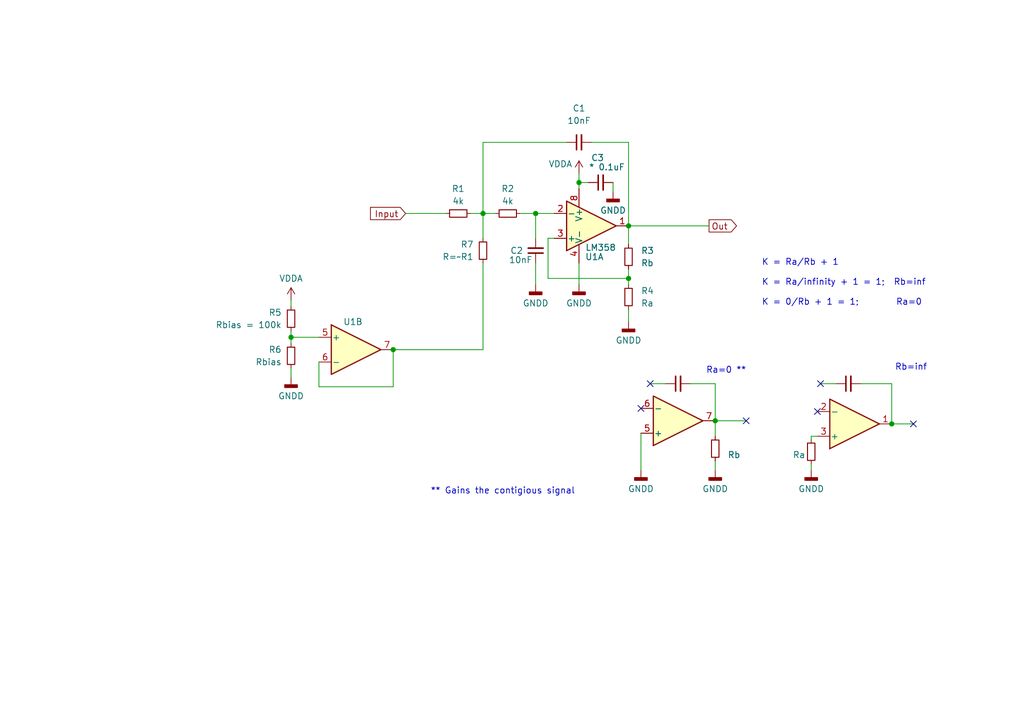
<source format=kicad_sch>
(kicad_sch (version 20230121) (generator eeschema)
  (paper "A5")
  (lib_symbols
    (symbol "Amplifier_Operational:LM358" (pin_names (offset 0.127))
      (property "Reference" "U" (at 0 5.08 0))
      (property "Value" "LM358" (at 0 -5.08 0))
      (symbol "LM358_1_1"
        (polyline (pts (xy -5.08 5.08) (xy 5.08 0) (xy -5.08 -5.08) (xy -5.08 5.08)) (stroke (width 0.254)) (fill (type background)))
        (pin output line (at 7.62 0 180) (length 2.54) (name "~") (number "1"))
        (pin input line (at -7.62 -2.54 0) (length 2.54) (name "-") (number "2"))
        (pin input line (at -7.62 2.54 0) (length 2.54) (name "+") (number "3"))
      )
      (symbol "LM358_2_1"
        (polyline (pts (xy -5.08 5.08) (xy 5.08 0) (xy -5.08 -5.08) (xy -5.08 5.08)) (stroke (width 0.254)) (fill (type background)))
        (pin input line (at -7.62 2.54 0) (length 2.54) (name "+") (number "5"))
        (pin input line (at -7.62 -2.54 0) (length 2.54) (name "-") (number "6"))
        (pin output line (at 7.62 0 180) (length 2.54) (name "~") (number "7"))
      )
      (symbol "LM358_3_1"
        (pin power_in line (at -2.54 -7.62 90) (length 3.81) (name "V-") (number "4"))
        (pin power_in line (at -2.54 7.62 270) (length 3.81) (name "V+") (number "8"))
      )
    )
    (symbol "Device:C_Small" (pin_numbers hide) (pin_names (offset 0.254) hide)
      (property "Reference" "C" (at 0.254 1.778 0))
      (property "Value" "C_Small" (at 0.254 -2.032 0))
      (symbol "C_Small_0_1"
        (polyline (pts (xy -1.524 -0.508) (xy 1.524 -0.508)) (stroke (width 0.3302)))
        (polyline (pts (xy -1.524 0.508) (xy 1.524 0.508)) (stroke (width 0.3048)))
      )
      (symbol "C_Small_1_1"
        (pin passive line (at 0 2.54 270) (length 2.032) (name "~") (number "1"))
        (pin passive line (at 0 -2.54 90) (length 2.032) (name "~") (number "2"))
      )
    )
    (symbol "Device:R_Small" (pin_numbers hide) (pin_names (offset 0.254) hide)
      (property "Reference" "R" (at 0.762 0.508 0))
      (property "Value" "R_Small" (at 0.762 -1.016 0))
      (symbol "R_Small_0_1"
        (rectangle (start -0.762 1.778) (end 0.762 -1.778) (stroke (width 0.2032)))
      )
      (symbol "R_Small_1_1"
        (pin passive line (at 0 2.54 270) (length 0.762) (name "~") (number "1"))
        (pin passive line (at 0 -2.54 90) (length 0.762) (name "~") (number "2"))
      )
    )
    (symbol "power:GNDD" (power) (pin_names (offset 0))
      (property "Value" "GNDD" (at 0 -3.175 0))
      (symbol "GNDD_0_1"
        (rectangle (start -1.27 -1.524) (end 1.27 -2.032) (stroke (width 0.254)) (fill (type outline)))
        (polyline (pts (xy 0 0) (xy 0 -1.524)))
      )
      (symbol "GNDD_1_1"
        (pin power_in line (at 0 0 270) (length 0) hide (name "GNDD") (number "1"))
      )
    )
    (symbol "power:VDDA" (power) (pin_names (offset 0))
      (property "Value" "VDDA" (at 0 3.81 0))
      (symbol "VDDA_0_1"
        (polyline (pts (xy -0.762 1.27) (xy 0 2.54)))
        (polyline (pts (xy 0 0) (xy 0 2.54)))
        (polyline (pts (xy 0 2.54) (xy 0.762 1.27)))
      )
      (symbol "VDDA_1_1"
        (pin power_in line (at 0 0 90) (length 0) hide (name "VDDA") (number "1"))
      )
    )
  )
  (junction (at 59.69 69.215))
  (junction (at 80.645 71.755))
  (junction (at 146.685 86.36))
  (junction (at 182.88 86.995))
  (junction (at 109.855 43.815))
  (junction (at 99.06 43.815))
  (junction (at 128.905 57.15))
  (junction (at 118.745 37.465))
  (junction (at 128.905 46.355))
  (no_connect (at 131.445 83.82))
  (no_connect (at 167.64 84.455))
  (no_connect (at 187.325 86.995))
  (no_connect (at 168.275 78.74))
  (no_connect (at 153.035 86.36))
  (no_connect (at 133.35 78.74))
  (wire (pts (xy 133.35 78.74) (xy 136.525 78.74)))
  (wire (pts (xy 99.06 53.975) (xy 99.06 71.755)))
  (wire (pts (xy 128.905 63.5) (xy 128.905 66.04)))
  (wire (pts (xy 182.88 78.74) (xy 182.88 86.995)))
  (wire (pts (xy 83.185 43.815) (xy 91.44 43.815)))
  (wire (pts (xy 128.905 46.355) (xy 145.415 46.355)))
  (wire (pts (xy 65.405 74.295) (xy 65.405 79.375)))
  (wire (pts (xy 146.685 94.615) (xy 146.685 96.52)))
  (wire (pts (xy 118.745 35.56) (xy 118.745 37.465)))
  (wire (pts (xy 168.275 78.74) (xy 171.45 78.74)))
  (wire (pts (xy 182.88 86.995) (xy 187.325 86.995)))
  (wire (pts (xy 128.905 29.21) (xy 128.905 46.355)))
  (wire (pts (xy 118.745 53.975) (xy 118.745 58.42)))
  (wire (pts (xy 112.395 48.895) (xy 112.395 57.15)))
  (wire (pts (xy 99.06 43.815) (xy 99.06 48.895)))
  (wire (pts (xy 146.685 86.36) (xy 153.035 86.36)))
  (wire (pts (xy 109.855 53.975) (xy 109.855 58.42)))
  (wire (pts (xy 118.745 37.465) (xy 120.65 37.465)))
  (wire (pts (xy 106.68 43.815) (xy 109.855 43.815)))
  (wire (pts (xy 59.69 75.565) (xy 59.69 77.47)))
  (wire (pts (xy 112.395 57.15) (xy 128.905 57.15)))
  (wire (pts (xy 125.73 37.465) (xy 125.73 39.37)))
  (wire (pts (xy 141.605 78.74) (xy 146.685 78.74)))
  (wire (pts (xy 65.405 79.375) (xy 80.645 79.375)))
  (wire (pts (xy 146.685 86.36) (xy 146.685 89.535)))
  (wire (pts (xy 99.06 71.755) (xy 80.645 71.755)))
  (wire (pts (xy 118.745 37.465) (xy 118.745 38.735)))
  (wire (pts (xy 99.06 43.815) (xy 101.6 43.815)))
  (wire (pts (xy 59.69 61.595) (xy 59.69 62.865)))
  (wire (pts (xy 146.685 78.74) (xy 146.685 86.36)))
  (wire (pts (xy 80.645 79.375) (xy 80.645 71.755)))
  (wire (pts (xy 131.445 88.9) (xy 131.445 96.52)))
  (wire (pts (xy 176.53 78.74) (xy 182.88 78.74)))
  (wire (pts (xy 128.905 57.15) (xy 128.905 58.42)))
  (wire (pts (xy 96.52 43.815) (xy 99.06 43.815)))
  (wire (pts (xy 59.69 69.215) (xy 59.69 70.485)))
  (wire (pts (xy 128.905 46.355) (xy 128.905 50.165)))
  (wire (pts (xy 59.69 67.945) (xy 59.69 69.215)))
  (wire (pts (xy 166.37 90.17) (xy 166.37 89.535)))
  (wire (pts (xy 109.855 43.815) (xy 109.855 48.895)))
  (wire (pts (xy 65.405 69.215) (xy 59.69 69.215)))
  (wire (pts (xy 109.855 43.815) (xy 113.665 43.815)))
  (wire (pts (xy 128.905 55.245) (xy 128.905 57.15)))
  (wire (pts (xy 99.06 29.21) (xy 116.205 29.21)))
  (wire (pts (xy 166.37 95.25) (xy 166.37 96.52)))
  (wire (pts (xy 166.37 89.535) (xy 167.64 89.535)))
  (wire (pts (xy 113.665 48.895) (xy 112.395 48.895)))
  (wire (pts (xy 99.06 43.815) (xy 99.06 29.21)))
  (wire (pts (xy 121.285 29.21) (xy 128.905 29.21)))
  (text "Ra=0 **" (at 144.78 76.835 0) (effects (font (size 1.27 1.27)) (justify left bottom)))
  (text "K = Ra/Rb + 1\n\nK = Ra/infinity + 1 = 1;  Rb=inf\n\nK = 0/Rb + 1 = 1;        Ra=0" (at 156.21 62.865 0) (effects (font (size 1.27 1.27)) (justify left bottom)))
  (text "** Gains the contigious signal" (at 88.265 101.6 0) (effects (font (size 1.27 1.27)) (justify left bottom)))
  (text "Rb=inf" (at 183.515 76.2 0) (effects (font (size 1.27 1.27)) (justify left bottom)))
  (global_label "Input" (shape input) (at 83.185 43.815 180) (property "Intersheetrefs" "${INTERSHEET_REFS}" (effects hide)))
  (global_label "Out" (shape output) (at 145.415 46.355 0) (property "Intersheetrefs" "${INTERSHEET_REFS}" (effects hide)))
  (symbol (lib_id "power:VDDA") (at 59.69 61.595 0) (unit 1)
    (property "Reference" "#PWR05" (effects hide))
    (property "Value" "VDDA" (at 59.69 57.15 0))
  )
  (symbol (lib_id "Device:R_Small") (at 59.69 73.025 0) (mirror x) (unit 1)
    (property "Reference" "R6" (at 57.785 71.755 0) (effects (justify right)))
    (property "Value" "Rbias" (at 57.785 74.295 0) (effects (justify right)))
  )
  (symbol (lib_id "Device:C_Small") (at 123.19 37.465 90) (unit 1)
    (property "Reference" "C3" (at 122.555 32.385 90))
    (property "Value" "* 0.1uF" (at 124.46 34.29 90))
  )
  (symbol (lib_id "Device:R_Small") (at 99.06 51.435 0) (mirror x) (unit 1)
    (property "Reference" "R7" (at 97.155 50.165 0) (effects (justify right)))
    (property "Value" "R=~R1" (at 97.155 52.705 0) (effects (justify right)))
  )
  (symbol (lib_id "Device:C_Small") (at 118.745 29.21 90) (unit 1)
    (property "Reference" "C1" (at 118.7513 22.225 90))
    (property "Value" "10nF" (at 118.7513 24.765 90))
  )
  (symbol (lib_id "power:GNDD") (at 166.37 96.52 0) (unit 1)
    (property "Reference" "#PWR08" (effects hide))
    (property "Value" "GNDD" (at 166.37 100.33 0))
  )
  (symbol (lib_id "Device:R_Small") (at 128.905 52.705 180) (unit 1)
    (property "Reference" "R3" (at 131.445 51.435 0) (effects (justify right)))
    (property "Value" "Rb" (at 131.445 53.975 0) (effects (justify right)))
  )
  (symbol (lib_id "Device:R_Small") (at 128.905 60.96 180) (unit 1)
    (property "Reference" "R4" (at 131.445 59.69 0) (effects (justify right)))
    (property "Value" "Ra" (at 131.445 62.23 0) (effects (justify right)))
  )
  (symbol (lib_id "Device:R_Small") (at 93.98 43.815 90) (unit 1)
    (property "Reference" "R1" (at 93.98 38.735 90))
    (property "Value" "4k" (at 93.98 41.275 90))
  )
  (symbol (lib_id "Amplifier_Operational:LM358") (at 73.025 71.755 0) (unit 2)
    (property "Reference" "U1" (at 72.39 66.04 0))
    (property "Value" "LM358" (effects hide))
    (property "Datasheet" "http://www.ti.com/lit/ds/symlink/lm2904-n.pdf" (effects hide))
  )
  (symbol (lib_id "power:GNDD") (at 109.855 58.42 0) (unit 1)
    (property "Reference" "#PWR03" (effects hide))
    (property "Value" "GNDD" (at 109.855 62.23 0))
  )
  (symbol (lib_id "Device:C_Small") (at 139.065 78.74 90) (unit 1) (in_bom no) (on_board no)
    (property "Reference" "C5" (effects hide))
    (property "Value" "10nF" (effects hide))
    (property "Sim.Enable" "0" (effects hide))
  )
  (symbol (lib_id "power:GNDD") (at 128.905 66.04 0) (unit 1)
    (property "Reference" "#PWR01" (effects hide))
    (property "Value" "GNDD" (at 128.905 69.85 0))
  )
  (symbol (lib_id "Amplifier_Operational:LM358") (at 175.26 86.995 0) (mirror x) (unit 1) (in_bom no) (on_board no)
    (property "Reference" "U2" (effects hide))
    (property "Value" "LM358" (effects hide))
    (property "Datasheet" "http://www.ti.com/lit/ds/symlink/lm2904-n.pdf" (effects hide))
    (property "Sim.Enable" "0" (effects hide))
  )
  (symbol (lib_id "Device:R_Small") (at 59.69 65.405 0) (mirror x) (unit 1)
    (property "Reference" "R5" (at 57.785 64.135 0) (effects (justify right)))
    (property "Value" "Rbias = 100k" (at 57.785 66.675 0) (effects (justify right)))
  )
  (symbol (lib_id "Device:C_Small") (at 173.99 78.74 90) (unit 1) (in_bom no) (on_board no)
    (property "Reference" "C4" (effects hide))
    (property "Value" "10nF" (effects hide))
    (property "Sim.Enable" "0" (effects hide))
  )
  (symbol (lib_id "power:GNDD") (at 125.73 39.37 0) (unit 1)
    (property "Reference" "#PWR07" (effects hide))
    (property "Value" "GNDD" (at 125.73 43.18 0))
  )
  (symbol (lib_id "Device:R_Small") (at 104.14 43.815 90) (unit 1)
    (property "Reference" "R2" (at 104.14 38.735 90))
    (property "Value" "4k" (at 104.14 41.275 90))
  )
  (symbol (lib_id "Amplifier_Operational:LM358") (at 139.065 86.36 0) (mirror x) (unit 2) (in_bom no) (on_board no)
    (property "Reference" "U2" (effects hide))
    (property "Value" "LM358" (effects hide))
    (property "Datasheet" "http://www.ti.com/lit/ds/symlink/lm2904-n.pdf" (effects hide))
    (property "Sim.Enable" "0" (effects hide))
  )
  (symbol (lib_id "Device:R_Small") (at 146.685 92.075 180) (unit 1) (in_bom no) (on_board no)
    (property "Reference" "R9" (effects hide))
    (property "Value" "Rb" (at 149.225 93.345 0) (effects (justify right)))
    (property "Sim.Enable" "0" (effects hide))
  )
  (symbol (lib_id "Device:R_Small") (at 166.37 92.71 180) (unit 1) (in_bom no) (on_board no)
    (property "Reference" "R8" (effects hide))
    (property "Value" "Ra" (at 162.56 93.345 0) (effects (justify right)))
    (property "Sim.Enable" "0" (effects hide))
  )
  (symbol (lib_id "power:GNDD") (at 146.685 96.52 0) (unit 1)
    (property "Reference" "#PWR09" (effects hide))
    (property "Value" "GNDD" (at 146.685 100.33 0))
  )
  (symbol (lib_id "power:GNDD") (at 118.745 58.42 0) (unit 1)
    (property "Reference" "#PWR02" (effects hide))
    (property "Value" "GNDD" (at 118.745 62.23 0))
  )
  (symbol (lib_id "Amplifier_Operational:LM358") (at 121.285 46.355 0) (unit 3)
    (property "Reference" "U1" (effects hide))
    (property "Value" "LM358" (effects hide))
    (property "Datasheet" "http://www.ti.com/lit/ds/symlink/lm2904-n.pdf" (effects hide))
  )
  (symbol (lib_id "Amplifier_Operational:LM358") (at 121.285 46.355 0) (mirror x) (unit 1)
    (property "Reference" "U1" (at 121.92 52.705 0))
    (property "Value" "LM358" (at 123.19 50.8 0))
    (property "Datasheet" "http://www.ti.com/lit/ds/symlink/lm2904-n.pdf" (effects hide))
  )
  (symbol (lib_id "Device:C_Small") (at 109.855 51.435 0) (mirror x) (unit 1)
    (property "Reference" "C2" (at 107.315 51.435 0) (effects (justify right)))
    (property "Value" "10nF" (at 109.22 53.34 0) (effects (justify right)))
  )
  (symbol (lib_id "power:GNDD") (at 59.69 77.47 0) (unit 1)
    (property "Reference" "#PWR06" (effects hide))
    (property "Value" "GNDD" (at 59.69 81.28 0))
  )
  (symbol (lib_id "power:GNDD") (at 131.445 96.52 0) (unit 1)
    (property "Reference" "#PWR010" (effects hide))
    (property "Value" "GNDD" (at 131.445 100.33 0))
  )
  (symbol (lib_id "power:VDDA") (at 118.745 35.56 0) (unit 1)
    (property "Reference" "#PWR04" (effects hide))
    (property "Value" "VDDA" (at 114.935 33.655 0))
  )
)
</source>
